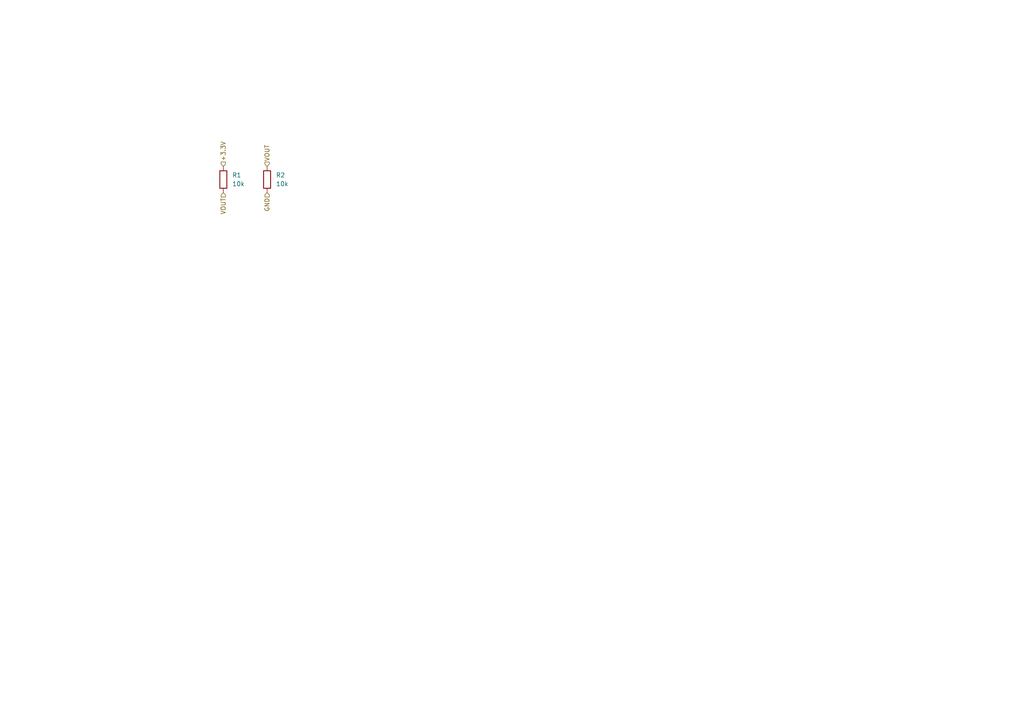
<source format=kicad_sch>
(kicad_sch (version 20250114) (generator "eeschema") (generator_version "9.0")
  (paper "A4")
  (lib_symbols
    (symbol "Device:R" (pin_numbers (hide yes)) (pin_names (offset 0))
      (property "Reference" "R" (at 2.032 0 90))
      (property "Value" "R" (at 0 0 90))
      (symbol "R_0_1"
        (rectangle (start -1.016 -2.54) (end 1.016 2.54) (stroke (width 0.254)))
      )
      (symbol "R_1_1"
        (pin passive line (at 0 3.81 270) (length 1.27) (name "~") (number "1"))
        (pin passive line (at 0 -3.81 90) (length 1.27) (name "~") (number "2"))
      )
    )
  )
  (hierarchical_label "VOUT" (shape input) (at 77.47 48.26 90))
  (hierarchical_label "VOUT" (shape input) (at 64.77 55.88 270))
  (hierarchical_label "+3.3V" (shape input) (at 64.77 48.26 90))
  (hierarchical_label "GND" (shape input) (at 77.47 55.88 270))
  (symbol (lib_id "Device:R") (at 77.47 52.07 0) (unit 1)
    (property "Reference" "R2" (at 80.01 50.7999 0) (effects (justify left)))
    (property "Value" "10k" (at 80.01 53.3399 0) (effects (justify left)))
    (property "Footprint" "Resistor_SMD:R_0603_1608Metric" (effects (hide yes)))
    (property "Description" "Resistor" (effects (hide yes)))
  )
  (symbol (lib_id "Device:R") (at 64.77 52.07 0) (unit 1)
    (property "Reference" "R1" (at 67.31 50.7999 0) (effects (justify left)))
    (property "Value" "10k" (at 67.31 53.3399 0) (effects (justify left)))
    (property "Footprint" "Resistor_SMD:R_0603_1608Metric" (effects (hide yes)))
    (property "Description" "Resistor" (effects (hide yes)))
  )
)
</source>
